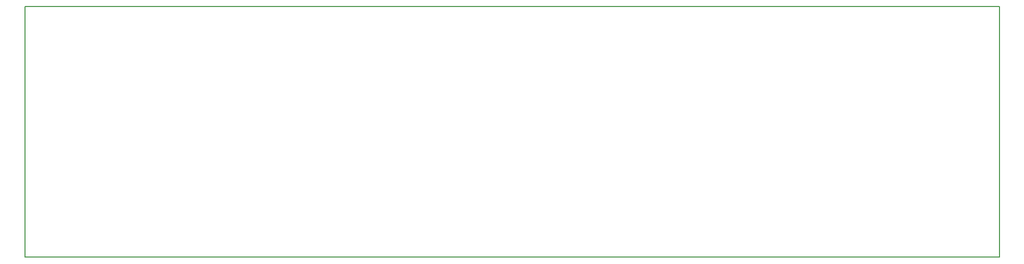
<source format=gbr>
%FSTAX42Y42*%
%MOMM*%
%SFA1B1*%

%IPPOS*%
%ADD25C,0.200000*%
%LNpcb_monitoring_bott_back-1*%
%LPD*%
G54D25*
X-003999Y-000499D02*
X012499D01*
X-003999D02*
Y003749D01*
X012499*
Y-000499D02*
Y003749D01*
M02*
</source>
